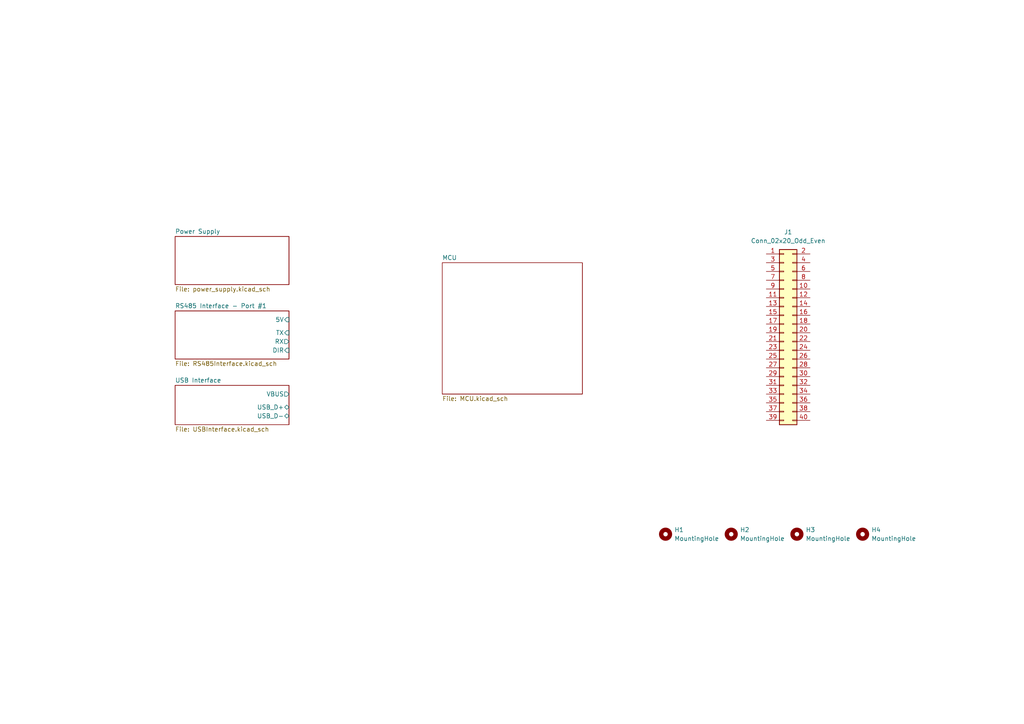
<source format=kicad_sch>
(kicad_sch (version 20211123) (generator eeschema)
  (paper "A4")
  (lib_symbols
    (symbol "Connector_Generic:Conn_02x20_Odd_Even" (pin_names (offset 1.016) hide)
      (property "Reference" "J" (at 1.27 25.4 0))
      (property "Value" "Conn_02x20_Odd_Even" (at 1.27 -27.94 0))
      (symbol "Conn_02x20_Odd_Even_1_1"
        (rectangle (start -1.27 -25.273) (end 0 -25.527) (stroke (width 0.1524)))
        (rectangle (start -1.27 -22.733) (end 0 -22.987) (stroke (width 0.1524)))
        (rectangle (start -1.27 -20.193) (end 0 -20.447) (stroke (width 0.1524)))
        (rectangle (start -1.27 -17.653) (end 0 -17.907) (stroke (width 0.1524)))
        (rectangle (start -1.27 -15.113) (end 0 -15.367) (stroke (width 0.1524)))
        (rectangle (start -1.27 -12.573) (end 0 -12.827) (stroke (width 0.1524)))
        (rectangle (start -1.27 -10.033) (end 0 -10.287) (stroke (width 0.1524)))
        (rectangle (start -1.27 -7.493) (end 0 -7.747) (stroke (width 0.1524)))
        (rectangle (start -1.27 -4.953) (end 0 -5.207) (stroke (width 0.1524)))
        (rectangle (start -1.27 -2.413) (end 0 -2.667) (stroke (width 0.1524)))
        (rectangle (start -1.27 0.127) (end 0 -0.127) (stroke (width 0.1524)))
        (rectangle (start -1.27 2.667) (end 0 2.413) (stroke (width 0.1524)))
        (rectangle (start -1.27 5.207) (end 0 4.953) (stroke (width 0.1524)))
        (rectangle (start -1.27 7.747) (end 0 7.493) (stroke (width 0.1524)))
        (rectangle (start -1.27 10.287) (end 0 10.033) (stroke (width 0.1524)))
        (rectangle (start -1.27 12.827) (end 0 12.573) (stroke (width 0.1524)))
        (rectangle (start -1.27 15.367) (end 0 15.113) (stroke (width 0.1524)))
        (rectangle (start -1.27 17.907) (end 0 17.653) (stroke (width 0.1524)))
        (rectangle (start -1.27 20.447) (end 0 20.193) (stroke (width 0.1524)))
        (rectangle (start -1.27 22.987) (end 0 22.733) (stroke (width 0.1524)))
        (rectangle (start -1.27 24.13) (end 3.81 -26.67) (stroke (width 0.254)) (fill (type background)))
        (rectangle (start 3.81 -25.273) (end 2.54 -25.527) (stroke (width 0.1524)))
        (rectangle (start 3.81 -22.733) (end 2.54 -22.987) (stroke (width 0.1524)))
        (rectangle (start 3.81 -20.193) (end 2.54 -20.447) (stroke (width 0.1524)))
        (rectangle (start 3.81 -17.653) (end 2.54 -17.907) (stroke (width 0.1524)))
        (rectangle (start 3.81 -15.113) (end 2.54 -15.367) (stroke (width 0.1524)))
        (rectangle (start 3.81 -12.573) (end 2.54 -12.827) (stroke (width 0.1524)))
        (rectangle (start 3.81 -10.033) (end 2.54 -10.287) (stroke (width 0.1524)))
        (rectangle (start 3.81 -7.493) (end 2.54 -7.747) (stroke (width 0.1524)))
        (rectangle (start 3.81 -4.953) (end 2.54 -5.207) (stroke (width 0.1524)))
        (rectangle (start 3.81 -2.413) (end 2.54 -2.667) (stroke (width 0.1524)))
        (rectangle (start 3.81 0.127) (end 2.54 -0.127) (stroke (width 0.1524)))
        (rectangle (start 3.81 2.667) (end 2.54 2.413) (stroke (width 0.1524)))
        (rectangle (start 3.81 5.207) (end 2.54 4.953) (stroke (width 0.1524)))
        (rectangle (start 3.81 7.747) (end 2.54 7.493) (stroke (width 0.1524)))
        (rectangle (start 3.81 10.287) (end 2.54 10.033) (stroke (width 0.1524)))
        (rectangle (start 3.81 12.827) (end 2.54 12.573) (stroke (width 0.1524)))
        (rectangle (start 3.81 15.367) (end 2.54 15.113) (stroke (width 0.1524)))
        (rectangle (start 3.81 17.907) (end 2.54 17.653) (stroke (width 0.1524)))
        (rectangle (start 3.81 20.447) (end 2.54 20.193) (stroke (width 0.1524)))
        (rectangle (start 3.81 22.987) (end 2.54 22.733) (stroke (width 0.1524)))
        (pin passive line (at -5.08 22.86 0) (length 3.81) (name "Pin_1") (number "1"))
        (pin passive line (at 7.62 12.7 180) (length 3.81) (name "Pin_10") (number "10"))
        (pin passive line (at -5.08 10.16 0) (length 3.81) (name "Pin_11") (number "11"))
        (pin passive line (at 7.62 10.16 180) (length 3.81) (name "Pin_12") (number "12"))
        (pin passive line (at -5.08 7.62 0) (length 3.81) (name "Pin_13") (number "13"))
        (pin passive line (at 7.62 7.62 180) (length 3.81) (name "Pin_14") (number "14"))
        (pin passive line (at -5.08 5.08 0) (length 3.81) (name "Pin_15") (number "15"))
        (pin passive line (at 7.62 5.08 180) (length 3.81) (name "Pin_16") (number "16"))
        (pin passive line (at -5.08 2.54 0) (length 3.81) (name "Pin_17") (number "17"))
        (pin passive line (at 7.62 2.54 180) (length 3.81) (name "Pin_18") (number "18"))
        (pin passive line (at -5.08 0 0) (length 3.81) (name "Pin_19") (number "19"))
        (pin passive line (at 7.62 22.86 180) (length 3.81) (name "Pin_2") (number "2"))
        (pin passive line (at 7.62 0 180) (length 3.81) (name "Pin_20") (number "20"))
        (pin passive line (at -5.08 -2.54 0) (length 3.81) (name "Pin_21") (number "21"))
        (pin passive line (at 7.62 -2.54 180) (length 3.81) (name "Pin_22") (number "22"))
        (pin passive line (at -5.08 -5.08 0) (length 3.81) (name "Pin_23") (number "23"))
        (pin passive line (at 7.62 -5.08 180) (length 3.81) (name "Pin_24") (number "24"))
        (pin passive line (at -5.08 -7.62 0) (length 3.81) (name "Pin_25") (number "25"))
        (pin passive line (at 7.62 -7.62 180) (length 3.81) (name "Pin_26") (number "26"))
        (pin passive line (at -5.08 -10.16 0) (length 3.81) (name "Pin_27") (number "27"))
        (pin passive line (at 7.62 -10.16 180) (length 3.81) (name "Pin_28") (number "28"))
        (pin passive line (at -5.08 -12.7 0) (length 3.81) (name "Pin_29") (number "29"))
        (pin passive line (at -5.08 20.32 0) (length 3.81) (name "Pin_3") (number "3"))
        (pin passive line (at 7.62 -12.7 180) (length 3.81) (name "Pin_30") (number "30"))
        (pin passive line (at -5.08 -15.24 0) (length 3.81) (name "Pin_31") (number "31"))
        (pin passive line (at 7.62 -15.24 180) (length 3.81) (name "Pin_32") (number "32"))
        (pin passive line (at -5.08 -17.78 0) (length 3.81) (name "Pin_33") (number "33"))
        (pin passive line (at 7.62 -17.78 180) (length 3.81) (name "Pin_34") (number "34"))
        (pin passive line (at -5.08 -20.32 0) (length 3.81) (name "Pin_35") (number "35"))
        (pin passive line (at 7.62 -20.32 180) (length 3.81) (name "Pin_36") (number "36"))
        (pin passive line (at -5.08 -22.86 0) (length 3.81) (name "Pin_37") (number "37"))
        (pin passive line (at 7.62 -22.86 180) (length 3.81) (name "Pin_38") (number "38"))
        (pin passive line (at -5.08 -25.4 0) (length 3.81) (name "Pin_39") (number "39"))
        (pin passive line (at 7.62 20.32 180) (length 3.81) (name "Pin_4") (number "4"))
        (pin passive line (at 7.62 -25.4 180) (length 3.81) (name "Pin_40") (number "40"))
        (pin passive line (at -5.08 17.78 0) (length 3.81) (name "Pin_5") (number "5"))
        (pin passive line (at 7.62 17.78 180) (length 3.81) (name "Pin_6") (number "6"))
        (pin passive line (at -5.08 15.24 0) (length 3.81) (name "Pin_7") (number "7"))
        (pin passive line (at 7.62 15.24 180) (length 3.81) (name "Pin_8") (number "8"))
        (pin passive line (at -5.08 12.7 0) (length 3.81) (name "Pin_9") (number "9"))
      )
    )
    (symbol "Mechanical:MountingHole" (pin_names (offset 1.016))
      (property "Reference" "H" (at 0 5.08 0))
      (property "Value" "MountingHole" (at 0 3.175 0))
      (symbol "MountingHole_0_1"
        (circle (center 0 0) (radius 1.27) (stroke (width 1.27)))
      )
    )
  )
  (symbol (lib_id "Mechanical:MountingHole") (at 212.09 154.94 0) (unit 1)
    (property "Reference" "H2" (at 214.63 153.6699 0) (effects (justify left)))
    (property "Value" "MountingHole" (at 214.63 156.2099 0) (effects (justify left)))
    (property "Footprint" "MountingHole:MountingHole_5.3mm_M5" (effects hide))
    (property "Manufacturer Part Number" "N/A" (effects hide))
  )
  (symbol (lib_id "Connector_Generic:Conn_02x20_Odd_Even") (at 227.33 96.52 0) (unit 1)
    (property "Reference" "J1" (at 228.6 67.31 0))
    (property "Value" "Conn_02x20_Odd_Even" (at 228.6 69.85 0))
    (property "Footprint" "Connector_IDC:IDC-Header_2x20_P2.54mm_Vertical" (effects hide))
    (property "Datasheet" "https://datasheet.lcsc.com/lcsc/1810311440_Nextron-Nextronics-Engineering-Z-231011020106_C221051.pdf" (effects hide))
    (property "Manufacturer Part Number" "Z-231011020106" (effects hide))
  )
  (symbol (lib_id "Mechanical:MountingHole") (at 193.04 154.94 0) (unit 1)
    (property "Reference" "H1" (at 195.58 153.6699 0) (effects (justify left)))
    (property "Value" "MountingHole" (at 195.58 156.2099 0) (effects (justify left)))
    (property "Footprint" "MountingHole:MountingHole_5.3mm_M5" (effects hide))
    (property "Manufacturer Part Number" "N/A" (effects hide))
  )
  (symbol (lib_id "Mechanical:MountingHole") (at 231.14 154.94 0) (unit 1)
    (property "Reference" "H3" (at 233.68 153.6699 0) (effects (justify left)))
    (property "Value" "MountingHole" (at 233.68 156.2099 0) (effects (justify left)))
    (property "Footprint" "MountingHole:MountingHole_5.3mm_M5" (effects hide))
    (property "Manufacturer Part Number" "N/A" (effects hide))
  )
  (symbol (lib_id "Mechanical:MountingHole") (at 250.19 154.94 0) (unit 1)
    (property "Reference" "H4" (at 252.73 153.6699 0) (effects (justify left)))
    (property "Value" "MountingHole" (at 252.73 156.2099 0) (effects (justify left)))
    (property "Footprint" "MountingHole:MountingHole_5.3mm_M5" (effects hide))
    (property "Manufacturer Part Number" "N/A" (effects hide))
  )
  (sheet (at 50.8 68.58) (size 33.02 13.97) (stroke (width 0.1524))
    (property "Sheet name" "Power Supply" (at 50.8 67.8684 0) (effects (justify left bottom)))
    (property "Sheet file" "power_supply.kicad_sch" (at 50.8 83.1346 0) (effects (justify left top)))
  )
  (sheet (at 128.27 76.2) (size 40.64 38.1) (stroke (width 0.1524))
    (property "Sheet name" "MCU" (at 128.27 75.4884 0) (effects (justify left bottom)))
    (property "Sheet file" "MCU.kicad_sch" (at 128.27 114.8846 0) (effects (justify left top)))
  )
  (sheet (at 50.8 90.17) (size 33.02 13.97) (stroke (width 0.1524))
    (property "Sheet name" "RS485 Interface - Port #1" (at 50.8 89.4584 0) (effects (justify left bottom)))
    (property "Sheet file" "RS485Interface.kicad_sch" (at 50.8 104.7246 0) (effects (justify left top)))
    (pin "5V" input (at 83.82 92.71 0))
    (pin "TX" input (at 83.82 96.52 0))
    (pin "RX" output (at 83.82 99.06 0))
    (pin "DIR" input (at 83.82 101.6 0))
  )
  (sheet (at 50.8 111.76) (size 33.02 11.43) (stroke (width 0.1524))
    (property "Sheet name" "USB Interface" (at 50.8 111.0484 0) (effects (justify left bottom)))
    (property "Sheet file" "USBInterface.kicad_sch" (at 50.8 123.7746 0) (effects (justify left top)))
    (pin "USB_D+" bidirectional (at 83.82 118.11 0))
    (pin "VBUS" output (at 83.82 114.3 0))
    (pin "USB_D-" bidirectional (at 83.82 120.65 0))
  )
)
</source>
